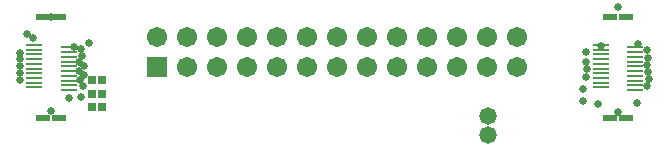
<source format=gts>
G04*
G04 #@! TF.GenerationSoftware,Altium Limited,Altium Designer,21.6.1 (37)*
G04*
G04 Layer_Color=8388736*
%FSLAX25Y25*%
%MOIN*%
G70*
G04*
G04 #@! TF.SameCoordinates,094AEC64-6FA2-4D50-AE7A-0E8442ED52D6*
G04*
G04*
G04 #@! TF.FilePolarity,Negative*
G04*
G01*
G75*
%ADD13R,0.04724X0.01968*%
%ADD14R,0.05315X0.00984*%
%ADD16R,0.03162X0.02965*%
%ADD17R,0.06706X0.06706*%
%ADD18C,0.06706*%
%ADD19C,0.02600*%
%ADD20C,0.05800*%
D13*
X288583Y62008D02*
D03*
Y95472D02*
D03*
X294094Y62008D02*
D03*
Y95472D02*
D03*
X99606Y62008D02*
D03*
Y95472D02*
D03*
X105118Y62008D02*
D03*
Y95472D02*
D03*
D14*
X297146Y71240D02*
D03*
Y72815D02*
D03*
Y74390D02*
D03*
Y75965D02*
D03*
Y77539D02*
D03*
Y79114D02*
D03*
Y80689D02*
D03*
Y82264D02*
D03*
Y83839D02*
D03*
Y85413D02*
D03*
X285531Y72067D02*
D03*
Y73642D02*
D03*
Y75217D02*
D03*
Y76791D02*
D03*
Y78366D02*
D03*
Y79941D02*
D03*
Y81516D02*
D03*
Y83091D02*
D03*
Y84665D02*
D03*
Y86240D02*
D03*
X108169Y71240D02*
D03*
Y72815D02*
D03*
Y74390D02*
D03*
Y75965D02*
D03*
Y77539D02*
D03*
Y79114D02*
D03*
Y80689D02*
D03*
Y82264D02*
D03*
Y83839D02*
D03*
Y85413D02*
D03*
X96555Y72067D02*
D03*
Y73642D02*
D03*
Y75217D02*
D03*
Y76791D02*
D03*
Y78366D02*
D03*
Y79941D02*
D03*
Y81516D02*
D03*
Y83091D02*
D03*
Y84665D02*
D03*
Y86240D02*
D03*
D16*
X115827Y74500D02*
D03*
X119173D02*
D03*
X115827Y65500D02*
D03*
X119173D02*
D03*
X115827Y70000D02*
D03*
X119173D02*
D03*
D17*
X137795Y78740D02*
D03*
D18*
Y88740D02*
D03*
X147795Y78740D02*
D03*
Y88740D02*
D03*
X157795Y78740D02*
D03*
Y88740D02*
D03*
X167795Y78740D02*
D03*
Y88740D02*
D03*
X177795Y78740D02*
D03*
Y88740D02*
D03*
X187795Y78740D02*
D03*
Y88740D02*
D03*
X197795Y78740D02*
D03*
Y88740D02*
D03*
X207795Y78740D02*
D03*
Y88740D02*
D03*
X217795Y78740D02*
D03*
Y88740D02*
D03*
X227795Y78740D02*
D03*
Y88740D02*
D03*
X237795Y78740D02*
D03*
Y88740D02*
D03*
X247795Y78740D02*
D03*
Y88740D02*
D03*
X257795Y78740D02*
D03*
Y88740D02*
D03*
D19*
X301116Y72544D02*
D03*
X301181Y77165D02*
D03*
X301575Y74803D02*
D03*
X297665Y66883D02*
D03*
X301154Y79558D02*
D03*
X301319Y81751D02*
D03*
X301069Y84626D02*
D03*
X108283Y68535D02*
D03*
X110079Y85631D02*
D03*
X96457Y88583D02*
D03*
X94488Y89764D02*
D03*
X291395Y64016D02*
D03*
X284744Y66501D02*
D03*
X285531Y85832D02*
D03*
X298031Y86614D02*
D03*
X279528Y67716D02*
D03*
Y71653D02*
D03*
X280575Y75588D02*
D03*
X281102Y78347D02*
D03*
X280709Y80709D02*
D03*
Y83858D02*
D03*
X291270Y98858D02*
D03*
X112451Y84892D02*
D03*
X114877Y86850D02*
D03*
X112604Y82690D02*
D03*
X102362Y95472D02*
D03*
X113386Y79264D02*
D03*
X111704Y80682D02*
D03*
X102362Y64173D02*
D03*
X111546Y77539D02*
D03*
X113263Y76164D02*
D03*
X91935Y81407D02*
D03*
X92000Y83700D02*
D03*
Y79200D02*
D03*
Y77000D02*
D03*
Y74500D02*
D03*
X111951Y74398D02*
D03*
X113153Y72555D02*
D03*
X112288Y68940D02*
D03*
D20*
X248031Y62598D02*
D03*
Y56299D02*
D03*
M02*

</source>
